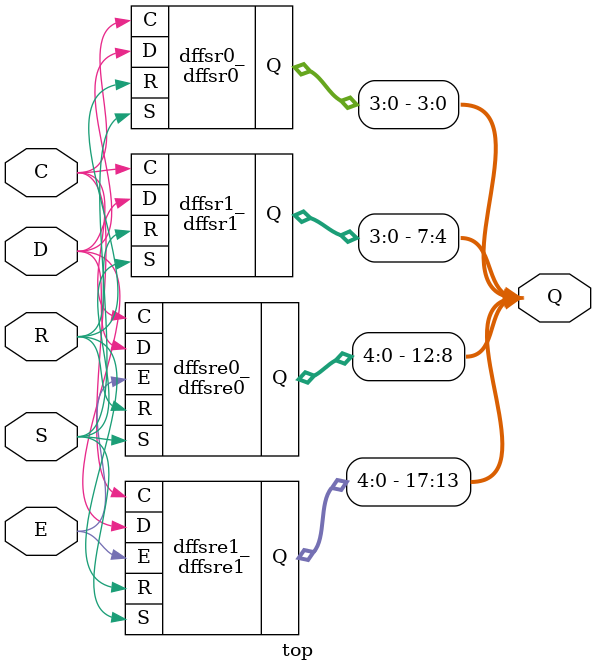
<source format=v>
module dffsr0(input C, R, S, D, (* init = 4'h0 *) output [3:0] Q);
\$_DFFSR_PPP_ ff0 (.C(C), .R(R), .S(S), .D(D), .Q(Q[0]));
\$_DFFSR_PPN_ ff1 (.C(C), .R(R), .S(S), .D(D), .Q(Q[1]));
\$_DFFSR_PNP_ ff2 (.C(C), .R(R), .S(S), .D(D), .Q(Q[2]));
\$_DFFSR_NPP_ ff3 (.C(C), .R(R), .S(S), .D(D), .Q(Q[3]));
endmodule

module dffsr1(input C, R, S, D, (* init = 4'hf *) output [3:0] Q);
\$_DFFSR_PPP_ ff0 (.C(C), .R(R), .S(S), .D(D), .Q(Q[0]));
\$_DFFSR_PPN_ ff1 (.C(C), .R(R), .S(S), .D(D), .Q(Q[1]));
\$_DFFSR_PNP_ ff2 (.C(C), .R(R), .S(S), .D(D), .Q(Q[2]));
\$_DFFSR_NPP_ ff3 (.C(C), .R(R), .S(S), .D(D), .Q(Q[3]));
endmodule

module dffsre0(input C, R, S, E, D, (* init = 5'h0 *) output [4:0] Q);
\$_DFFSRE_PPPP_ ff0 (.C(C), .R(R), .S(S), .E(E), .D(D), .Q(Q[0]));
\$_DFFSRE_PPPN_ ff1 (.C(C), .R(R), .S(S), .E(E), .D(D), .Q(Q[1]));
\$_DFFSRE_PPNP_ ff2 (.C(C), .R(R), .S(S), .E(E), .D(D), .Q(Q[2]));
\$_DFFSRE_PNPP_ ff3 (.C(C), .R(R), .S(S), .E(E), .D(D), .Q(Q[3]));
\$_DFFSRE_NPPP_ ff4 (.C(C), .R(R), .S(S), .E(E), .D(D), .Q(Q[4]));
endmodule

module dffsre1(input C, R, S, E, D, (* init = 5'h1f *) output [4:0] Q);
\$_DFFSRE_PPPP_ ff0 (.C(C), .R(R), .S(S), .E(E), .D(D), .Q(Q[0]));
\$_DFFSRE_PPPN_ ff1 (.C(C), .R(R), .S(S), .E(E), .D(D), .Q(Q[1]));
\$_DFFSRE_PPNP_ ff2 (.C(C), .R(R), .S(S), .E(E), .D(D), .Q(Q[2]));
\$_DFFSRE_PNPP_ ff3 (.C(C), .R(R), .S(S), .E(E), .D(D), .Q(Q[3]));
\$_DFFSRE_NPPP_ ff4 (.C(C), .R(R), .S(S), .E(E), .D(D), .Q(Q[4]));
endmodule

module top(input C, E, R, S, D, output [17:0] Q);
dffsr0 dffsr0_(.C(C), .R(R), .S(S), .D(D), .Q(Q[3:0]));
dffsr1 dffsr1_(.C(C), .R(R), .S(S), .D(D), .Q(Q[7:4]));
dffsre0 dffsre0_(.C(C), .R(R), .S(S), .E(E), .D(D), .Q(Q[12:8]));
dffsre1 dffsre1_(.C(C), .R(R), .S(S), .E(E), .D(D), .Q(Q[17:13]));
endmodule

</source>
